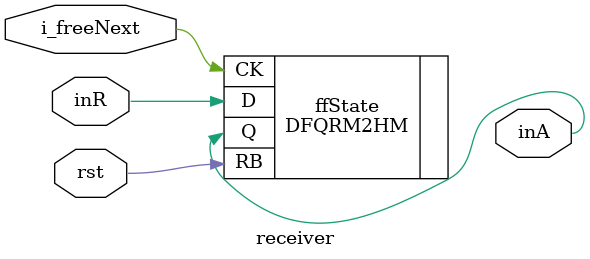
<source format=v>
`timescale 1ns / 1ps

module receiver(inR, inA, i_freeNext, rst);

input inR, i_freeNext, rst;
wire outR, outA;
output inA;

DFQRM2HM ffState ( .D(inR), .CK(i_freeNext), .RB(rst), .Q(inA) );

endmodule


</source>
